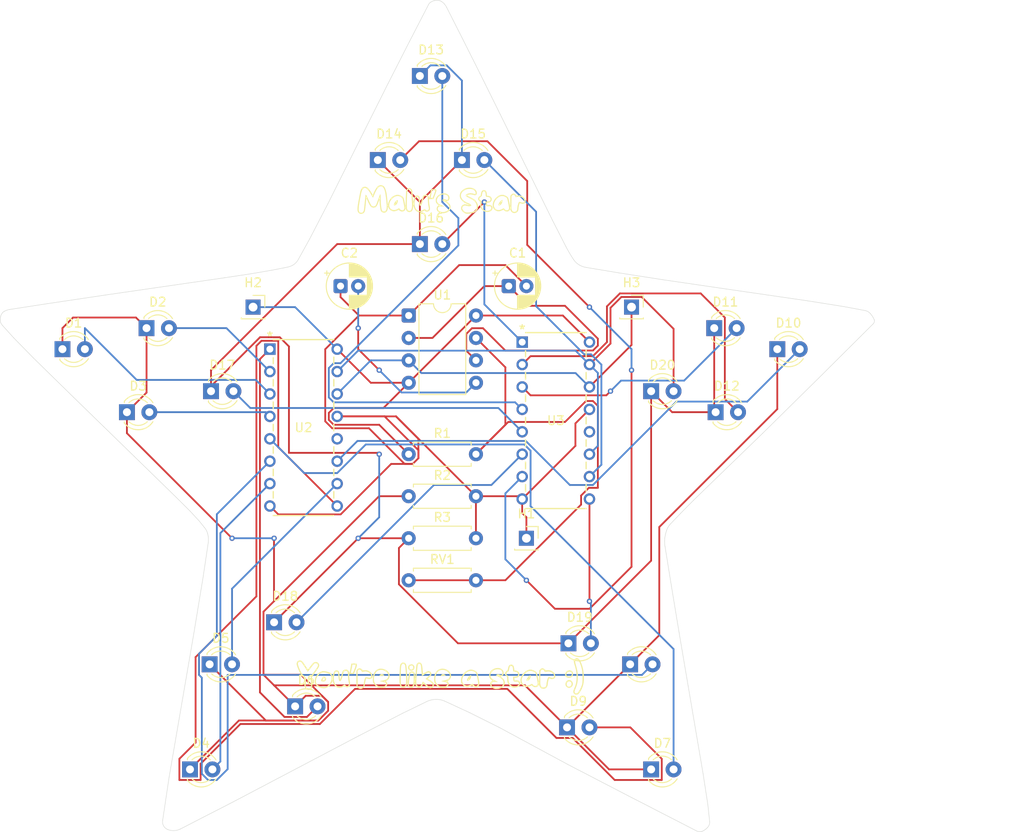
<source format=kicad_pcb>
(kicad_pcb (version 20241229) (generator "pcbnew") (generator_version "9.0")
  (layers (0 "F.Cu" signal) (2 "B.Cu" signal) (13 "F.Paste" user) (15 "B.Paste" user) (5 "F.SilkS" user "F.Silkscreen") (7 "B.SilkS" user "B.Silkscreen") (1 "F.Mask" user) (3 "B.Mask" user) (25 "Edge.Cuts" user))
  (net 0 "")
  (net 1 "GND")
  (net 2 "TR")
  (net 3 "Net-(U1-CV)")
  (net 4 "Net-(D1-A)")
  (net 5 "Net-(D1-K)")
  (net 6 "Net-(D2-A)")
  (net 7 "Net-(D3-A)")
  (net 8 "Net-(D4-A)")
  (net 9 "Net-(D5-A)")
  (net 10 "Net-(D6-A)")
  (net 11 "Net-(D7-A)")
  (net 12 "Net-(D8-A)")
  (net 13 "Net-(D9-A)")
  (net 14 "Net-(D10-A)")
  (net 15 "Net-(D11-A)")
  (net 16 "Net-(D11-K)")
  (net 17 "Net-(D12-A)")
  (net 18 "Net-(D13-A)")
  (net 19 "Net-(D14-A)")
  (net 20 "Net-(D15-A)")
  (net 21 "Net-(D16-A)")
  (net 22 "Net-(D17-A)")
  (net 23 "Net-(D18-A)")
  (net 24 "Net-(D19-A)")
  (net 25 "Net-(D20-A)")
  (net 26 "+5V")
  (net 27 "OUT")
  (net 28 "Net-(U1-DIS)")
  (footprint "Resistor_THT:R_Axial_DIN0207_L6.3mm_D2.5mm_P7.62mm_Horizontal" (layer "F.Cu") (at 158.115 90.4875)
    (property "Reference" "R3")
    (property "Value" "470")
  )
  (footprint "Resistor_THT:R_Axial_DIN0207_L6.3mm_D2.5mm_P7.62mm_Horizontal" (layer "F.Cu") (at 158.115 95.25)
    (property "Reference" "RV1")
    (property "Value" "50k")
  )
  (footprint "LED_THT:LED_D3.0mm" (layer "F.Cu") (at 192.7225 66.675)
    (property "Reference" "D11")
    (property "Value" "LED")
  )
  (footprint "decorations:star" (layer "F.Cu") (at 223.8375 83.34375)
    (property "Reference" "G***" (hide yes))
    (property "Value" "LOGO" (hide yes))
  )
  (footprint "LED_THT:LED_D3.0mm" (layer "F.Cu") (at 164.1475 47.625)
    (property "Reference" "D15")
    (property "Value" "LED")
  )
  (footprint "Capacitor_THT:CP_Radial_D5.0mm_P2.00mm" (layer "F.Cu") (at 150.4 61.9125)
    (property "Reference" "C2")
    (property "Value" "0.01uF" (hide yes))
  )
  (footprint "decorations:yourelikeastar" (layer "F.Cu") (at 161.925 107.15625)
    (property "Reference" "G***" (hide yes))
    (property "Value" "LOGO" (hide yes))
  )
  (footprint "LED_THT:LED_D3.0mm" (layer "F.Cu") (at 135.5725 104.775)
    (property "Reference" "D5")
    (property "Value" "LED")
  )
  (footprint "LED_THT:LED_D3.0mm" (layer "F.Cu") (at 128.42875 66.675)
    (property "Reference" "D2")
    (property "Value" "LED")
  )
  (footprint "LED_THT:LED_D3.0mm" (layer "F.Cu") (at 133.35 116.68125)
    (property "Reference" "D4")
    (property "Value" "LED")
  )
  (footprint "Resistor_THT:R_Axial_DIN0207_L6.3mm_D2.5mm_P7.62mm_Horizontal" (layer "F.Cu") (at 158.115 85.725)
    (property "Reference" "R2")
    (property "Value" "470")
  )
  (footprint "Connector_PinSocket_2.54mm:PinSocket_1x01_P2.54mm_Vertical" (layer "F.Cu") (at 140.49375 64.29375)
    (property "Reference" "H2")
    (property "Value" "MountingHole_Pad" (hide yes))
  )
  (footprint "LED_THT:LED_D3.0mm" (layer "F.Cu") (at 118.90375 69.05625)
    (property "Reference" "D1")
    (property "Value" "LED")
  )
  (footprint "LED_THT:LED_D3.0mm" (layer "F.Cu") (at 185.57875 116.68125)
    (property "Reference" "D7")
    (property "Value" "LED")
  )
  (footprint "LED_THT:LED_D3.0mm" (layer "F.Cu") (at 192.88125 76.2)
    (property "Reference" "D12")
    (property "Value" "LED")
  )
  (footprint "Capacitor_THT:CP_Radial_D5.0mm_P2.00mm" (layer "F.Cu") (at 169.45 61.9125)
    (property "Reference" "C1")
    (property "Value" "1uF")
  )
  (footprint "LED_THT:LED_D3.0mm" (layer "F.Cu") (at 199.86625 69.05625)
    (property "Reference" "D10")
    (property "Value" "LED")
  )
  (footprint "Connector_PinSocket_2.54mm:PinSocket_1x01_P2.54mm_Vertical" (layer "F.Cu") (at 171.45 90.4875)
    (property "Reference" "H1")
    (property "Value" "MountingHole_Pad")
  )
  (footprint "LED_THT:LED_D3.0mm" (layer "F.Cu") (at 135.73125 73.81875)
    (property "Reference" "D17")
    (property "Value" "LED")
  )
  (footprint "Resistor_THT:R_Axial_DIN0207_L6.3mm_D2.5mm_P7.62mm_Horizontal" (layer "F.Cu") (at 158.115 80.9625)
    (property "Reference" "R1")
    (property "Value" "1k")
  )
  (footprint "LED_THT:LED_D3.0mm" (layer "F.Cu") (at 176.05375 111.91875)
    (property "Reference" "D9")
    (property "Value" "LED")
  )
  (footprint "Package_DIP:DIP-8_W7.62mm" (layer "F.Cu") (at 158.12 65.24625)
    (property "Reference" "U1")
    (property "Value" "NE555P")
  )
  (footprint "footprints:N16" (layer "F.Cu") (at 142.39875 69.05625)
    (property "Reference" "U2")
    (property "Value" "4017")
  )
  (footprint "LED_THT:LED_D3.0mm" (layer "F.Cu") (at 176.2125 102.39375)
    (property "Reference" "D19")
    (property "Value" "LED")
  )
  (footprint "LED_THT:LED_D3.0mm" (layer "F.Cu") (at 183.1975 104.775)
    (property "Reference" "D8" (hide yes))
    (property "Value" "LED")
  )
  (footprint "LED_THT:LED_D3.0mm" (layer "F.Cu") (at 185.57875 73.81875)
    (property "Reference" "D20")
    (property "Value" "LED")
  )
  (footprint "LED_THT:LED_D3.0mm" (layer "F.Cu") (at 145.25625 109.5375)
    (property "Reference" "D6")
    (property "Value" "LED")
  )
  (footprint "footprints:N16" (layer "F.Cu") (at 170.97375 68.2625)
    (property "Reference" "U3")
    (property "Value" "4017")
  )
  (footprint "LED_THT:LED_D3.0mm" (layer "F.Cu") (at 126.20625 76.2)
    (property "Reference" "D3")
    (property "Value" "LED")
  )
  (footprint "Connector_PinSocket_2.54mm:PinSocket_1x01_P2.54mm_Vertical" (layer "F.Cu") (at 183.35625 64.29375)
    (property "Reference" "H3")
    (property "Value" "MountingHole_Pad")
  )
  (footprint "LED_THT:LED_D3.0mm" (layer "F.Cu") (at 154.6225 47.625)
    (property "Reference" "D14")
    (property "Value" "LED")
  )
  (footprint "LED_THT:LED_D3.0mm" (layer "F.Cu") (at 142.875 100.0125)
    (property "Reference" "D18")
    (property "Value" "LED")
  )
  (footprint "decorations:malustar" (layer "F.Cu") (at 161.842737 53.381266)
    (property "Reference" "G***" (hide yes))
    (property "Value" "LOGO" (hide yes))
  )
  (footprint "LED_THT:LED_D3.0mm" (layer "F.Cu") (at 159.385 38.1)
    (property "Reference" "D13")
    (property "Value" "LED")
  )
  (footprint "LED_THT:LED_D3.0mm" (layer "F.Cu") (at 159.385 57.15)
    (property "Reference" "D16")
    (property "Value" "LED")
  )
  (gr_arc (start 161.821008 29.653051) (mid 162.001144 29.780719) (end 162.158725 29.935366) (stroke (width 0.05)) (layer "Edge.Cuts"))
  (gr_arc (start 177.481253 59.53783) (mid 177.097068 59.258291) (end 176.789589 58.896082) (stroke (width 0.05)) (layer "Edge.Cuts"))
  (gr_line (start 187.151412 91.427815) (end 187.882441 95.952904) (stroke (width 0.05)) (layer "Edge.Cuts"))
  (gr_arc (start 210.730652 65.486549) (mid 210.784936 65.589321) (end 210.833861 65.694749) (stroke (width 0.05)) (layer "Edge.Cuts"))
  (gr_line (start 113.382415 67.776072) (end 112.085895 66.336352) (stroke (width 0.05)) (layer "Edge.Cuts"))
  (gr_arc (start 209.81204 64.684425) (mid 210.145272 64.812106) (end 210.418753 65.041359) (stroke (width 0.05)) (layer "Edge.Cuts"))
  (gr_arc (start 191.778705 123.441027) (mid 191.667508 123.525555) (end 191.550516 123.601863) (stroke (width 0.05)) (layer "Edge.Cuts"))
  (gr_arc (start 111.982452 65.13801) (mid 112.049097 65.022461) (end 112.13074 64.916973) (stroke (width 0.05)) (layer "Edge.Cuts"))
  (gr_line (start 198.212869 78.588599) (end 192.020956 84.584355) (stroke (width 0.05)) (layer "Edge.Cuts"))
  (gr_line (start 189.76342 107.188336) (end 191.459411 117.156808) (stroke (width 0.05)) (layer "Edge.Cuts"))
  (gr_line (start 134.85061 94.796069) (end 135.412329 91.018314) (stroke (width 0.05)) (layer "Edge.Cuts"))
  (gr_arc (start 210.586936 65.258248) (mid 210.661657 65.370596) (end 210.730652 65.486549) (stroke (width 0.05)) (layer "Edge.Cuts"))
  (gr_arc (start 210.866176 65.838062) (mid 210.833428 66.028115) (end 210.727412 66.189212) (stroke (width 0.05)) (layer "Edge.Cuts"))
  (gr_arc (start 191.978566 123.250836) (mid 191.882185 123.349661) (end 191.778705 123.441027) (stroke (width 0.05)) (layer "Edge.Cuts"))
  (gr_arc (start 187.458456 89.297951) (mid 187.594225 89.076385) (end 187.759118 88.875549) (stroke (width 0.05)) (layer "Edge.Cuts"))
  (gr_line (start 134.984533 89.270297) (end 134.394899 88.53426) (stroke (width 0.05)) (layer "Edge.Cuts"))
  (gr_line (start 157.445233 110.312849) (end 152.470891 112.875148) (stroke (width 0.05)) (layer "Edge.Cuts"))
  (gr_arc (start 187.151412 91.427815) (mid 187.113896 91.113895) (end 187.102361 90.797951) (stroke (width 0.05)) (layer "Edge.Cuts"))
  (gr_line (start 120.168753 74.519093) (end 115.612612 70.054166) (stroke (width 0.05)) (layer "Edge.Cuts"))
  (gr_arc (start 161.249435 108.747866) (mid 161.748344 108.800734) (end 162.225066 108.957068) (stroke (width 0.05)) (layer "Edge.Cuts"))
  (gr_arc (start 187.323125 89.616095) (mid 187.384527 89.454358) (end 187.458456 89.297951) (stroke (width 0.05)) (layer "Edge.Cuts"))
  (gr_arc (start 178.222719 59.796649) (mid 177.840676 59.699641) (end 177.481253 59.53783) (stroke (width 0.05)) (layer "Edge.Cuts"))
  (gr_line (start 188.943974 87.634859) (end 187.759118 88.875549) (stroke (width 0.05)) (layer "Edge.Cuts"))
  (gr_line (start 188.742288 101.162823) (end 189.76342 107.188336) (stroke (width 0.05)) (layer "Edge.Cuts"))
  (gr_line (start 207.393848 64.232113) (end 209.81204 64.684425) (stroke (width 0.05)) (layer "Edge.Cuts"))
  (gr_line (start 168.509972 42.495089) (end 174.421963 54.484027) (stroke (width 0.05)) (layer "Edge.Cuts"))
  (gr_line (start 181.924861 60.413246) (end 186.911475 61.190057) (stroke (width 0.05)) (layer "Edge.Cuts"))
  (gr_arc (start 162.158725 29.935366) (mid 162.295008 30.113317) (end 162.408419 30.30665) (stroke (width 0.05)) (layer "Edge.Cuts"))
  (gr_line (start 158.211722 34.186871) (end 160.376763 29.989384) (stroke (width 0.05)) (layer "Edge.Cuts"))
  (gr_line (start 210.727435 66.189235) (end 204.515536 72.373532) (stroke (width 0.05)) (layer "Edge.Cuts"))
  (gr_arc (start 161.029423 29.552792) (mid 161.233158 29.516876) (end 161.439969 29.522102) (stroke (width 0.05)) (layer "Edge.Cuts"))
  (gr_line (start 203.296805 63.580017) (end 207.393848 64.232113) (stroke (width 0.05)) (layer "Edge.Cuts"))
  (gr_line (start 168.379326 111.930646) (end 165.057067 110.269321) (stroke (width 0.05)) (layer "Edge.Cuts"))
  (gr_arc (start 210.833861 65.694749) (mid 210.856749 65.764888) (end 210.866176 65.838062) (stroke (width 0.05)) (layer "Edge.Cuts"))
  (gr_line (start 165.057067 110.269321) (end 162.225066 108.957068) (stroke (width 0.05)) (layer "Edge.Cuts"))
  (gr_line (start 152.470891 112.875148) (end 138.245284 120.36043) (stroke (width 0.05)) (layer "Edge.Cuts"))
  (gr_arc (start 210.418753 65.041359) (mid 210.505427 65.147801) (end 210.586936 65.258248) (stroke (width 0.05)) (layer "Edge.Cuts"))
  (gr_line (start 131.793996 85.852827) (end 129.992362 84.095641) (stroke (width 0.05)) (layer "Edge.Cuts"))
  (gr_line (start 186.911475 61.190057) (end 194.106253 62.243467) (stroke (width 0.05)) (layer "Edge.Cuts"))
  (gr_arc (start 187.208569 90.017048) (mid 187.261314 89.815276) (end 187.323125 89.616095) (stroke (width 0.05)) (layer "Edge.Cuts"))
  (gr_line (start 123.594162 77.857914) (end 120.168753 74.519093) (stroke (width 0.05)) (layer "Edge.Cuts"))
  (gr_arc (start 112.321576 64.766424) (mid 112.625055 64.635663) (end 112.946213 64.557841) (stroke (width 0.05)) (layer "Edge.Cuts"))
  (gr_arc (start 160.112704 109.018507) (mid 160.665183 108.816466) (end 161.249435 108.747866) (stroke (width 0.05)) (layer "Edge.Cuts"))
  (gr_arc (start 144.981253 59.541676) (mid 144.689349 59.676583) (end 144.380317 59.765509) (stroke (width 0.05)) (layer "Edge.Cuts"))
  (gr_arc (start 191.328762 123.713246) (mid 191.242578 123.739129) (end 191.153018 123.747866) (stroke (width 0.05)) (layer "Edge.Cuts"))
  (gr_line (start 130.253539 122.461992) (end 130.980108 117.5922) (stroke (width 0.05)) (layer "Edge.Cuts"))
  (gr_arc (start 176.789589 58.896082) (mid 176.34813 58.19173) (end 175.942577 57.466111) (stroke (width 0.05)) (layer "Edge.Cuts"))
  (gr_line (start 117.223536 63.897568) (end 123.833511 62.91338) (stroke (width 0.05)) (layer "Edge.Cuts"))
  (gr_arc (start 111.856253 65.716368) (mid 111.864245 65.563143) (end 111.888139 65.411583) (stroke (width 0.05)) (layer "Edge.Cuts"))
  (gr_line (start 204.515536 72.373532) (end 198.212869 78.588599) (stroke (width 0.05)) (layer "Edge.Cuts"))
  (gr_line (start 166.193697 37.816958) (end 168.509972 42.495089) (stroke (width 0.05)) (layer "Edge.Cuts"))
  (gr_line (start 164.181139 33.805253) (end 166.193697 37.816958) (stroke (width 0.05)) (layer "Edge.Cuts"))
  (gr_line (start 133.775443 101.33202) (end 134.85061 94.796069) (stroke (width 0.05)) (layer "Edge.Cuts"))
  (gr_line (start 162.408419 30.30665) (end 164.181139 33.805253) (stroke (width 0.05)) (layer "Edge.Cuts"))
  (gr_arc (start 134.984533 89.270297) (mid 135.200564 89.583522) (end 135.341992 89.936759) (stroke (width 0.05)) (layer "Edge.Cuts"))
  (gr_line (start 137.231253 60.97152) (end 140.233936 60.518191) (stroke (width 0.05)) (layer "Edge.Cuts"))
  (gr_line (start 191.459411 117.156808) (end 192.001018 120.686371) (stroke (width 0.05)) (layer "Edge.Cuts"))
  (gr_line (start 134.394899 88.53426) (end 133.355002 87.408643) (stroke (width 0.05)) (layer "Edge.Cuts"))
  (gr_arc (start 132.268978 123.431501) (mid 131.565532 123.616647) (end 130.847068 123.502952) (stroke (width 0.05)) (layer "Edge.Cuts"))
  (gr_arc (start 160.606253 29.740072) (mid 160.811162 29.631346) (end 161.029423 29.552792) (stroke (width 0.05)) (layer "Edge.Cuts"))
  (gr_line (start 174.421963 54.484027) (end 175.942577 57.466111) (stroke (width 0.05)) (layer "Edge.Cuts"))
  (gr_line (start 192.020956 84.584355) (end 190.382429 86.180568) (stroke (width 0.05)) (layer "Edge.Cuts"))
  (gr_line (start 187.882441 95.952904) (end 188.742288 101.162823) (stroke (width 0.05)) (layer "Edge.Cuts"))
  (gr_line (start 112.946213 64.557841) (end 117.223536 63.897568) (stroke (width 0.05)) (layer "Edge.Cuts"))
  (gr_line (start 145.616045 58.89468) (end 146.914509 56.546042) (stroke (width 0.05)) (layer "Edge.Cuts"))
  (gr_arc (start 130.847068 123.502952) (mid 130.363665 123.08888) (end 130.253539 122.461992) (stroke (width 0.05)) (layer "Edge.Cuts"))
  (gr_line (start 127.012575 81.190377) (end 123.594162 77.857914) (stroke (width 0.05)) (layer "Edge.Cuts"))
  (gr_line (start 148.961859 52.591482) (end 152.981253 44.548744) (stroke (width 0.05)) (layer "Edge.Cuts"))
  (gr_line (start 160.112704 109.018507) (end 157.445233 110.312849) (stroke (width 0.05)) (layer "Edge.Cuts"))
  (gr_line (start 190.382429 86.180568) (end 188.943974 87.634859) (stroke (width 0.05)) (layer "Edge.Cuts"))
  (gr_arc (start 111.888139 65.411583) (mid 111.926827 65.271877) (end 111.982452 65.13801) (stroke (width 0.05)) (layer "Edge.Cuts"))
  (gr_line (start 190.676667 123.631346) (end 182.997497 119.680733) (stroke (width 0.05)) (layer "Edge.Cuts"))
  (gr_line (start 146.914509 56.546042) (end 148.961859 52.591482) (stroke (width 0.05)) (layer "Edge.Cuts"))
  (gr_arc (start 187.129403 90.432891) (mid 187.164312 90.22408) (end 187.208569 90.017048) (stroke (width 0.05)) (layer "Edge.Cuts"))
  (gr_arc (start 191.550516 123.601863) (mid 191.441767 123.66179) (end 191.328762 123.713246) (stroke (width 0.05)) (layer "Edge.Cuts"))
  (gr_arc (start 161.439969 29.522102) (mid 161.637256 29.567888) (end 161.821008 29.653051) (stroke (width 0.05)) (layer "Edge.Cuts"))
  (gr_line (start 140.233936 60.518191) (end 142.58136 60.116824) (stroke (width 0.05)) (layer "Edge.Cuts"))
  (gr_line (start 152.981253 44.548744) (end 155.787691 38.944598) (stroke (width 0.05)) (layer "Edge.Cuts"))
  (gr_line (start 194.106253 62.243467) (end 203.296805 63.580017) (stroke (width 0.05)) (layer "Edge.Cuts"))
  (gr_arc (start 112.085895 66.336352) (mid 111.915498 66.046947) (end 111.856253 65.716368) (stroke (width 0.05)) (layer "Edge.Cuts"))
  (gr_line (start 155.787691 38.944598) (end 158.211722 34.186871) (stroke (width 0.05)) (layer "Edge.Cuts"))
  (gr_arc (start 187.102361 90.797951) (mid 187.109564 90.614953) (end 187.129403 90.432891) (stroke (width 0.05)) (layer "Edge.Cuts"))
  (gr_arc (start 145.616045 58.89468) (mid 145.345163 59.263814) (end 144.981253 59.541676) (stroke (width 0.05)) (layer "Edge.Cuts"))
  (gr_arc (start 135.341992 89.936759) (mid 135.432639 90.473929) (end 135.412329 91.018314) (stroke (width 0.05)) (layer "Edge.Cuts"))
  (gr_line (start 182.997497 119.680733) (end 176.116153 116.109054) (stroke (width 0.05)) (layer "Edge.Cuts"))
  (gr_line (start 123.833511 62.91338) (end 137.231253 60.97152) (stroke (width 0.05)) (layer "Edge.Cuts"))
  (gr_arc (start 160.376763 29.989384) (mid 160.474711 29.849266) (end 160.606253 29.740072) (stroke (width 0.05)) (layer "Edge.Cuts"))
  (gr_line (start 138.245284 120.36043) (end 132.268978 123.431501) (stroke (width 0.05)) (layer "Edge.Cuts"))
  (gr_line (start 130.980108 117.5922) (end 133.775443 101.33202) (stroke (width 0.05)) (layer "Edge.Cuts"))
  (gr_line (start 142.58136 60.116824) (end 144.380317 59.765509) (stroke (width 0.05)) (layer "Edge.Cuts"))
  (gr_line (start 192.001018 120.686371) (end 192.203755 122.594243) (stroke (width 0.05)) (layer "Edge.Cuts"))
  (gr_line (start 133.355002 87.408643) (end 131.793996 85.852827) (stroke (width 0.05)) (layer "Edge.Cuts"))
  (gr_line (start 178.222719 59.796649) (end 181.924861 60.413246) (stroke (width 0.05)) (layer "Edge.Cuts"))
  (gr_arc (start 192.203755 122.594243) (mid 192.158568 122.94566) (end 191.978566 123.250836) (stroke (width 0.05)) (layer "Edge.Cuts"))
  (gr_line (start 176.116153 116.109054) (end 171.981253 113.875514) (stroke (width 0.05)) (layer "Edge.Cuts"))
  (gr_arc (start 191.153018 123.747866) (mid 190.907826 123.718291) (end 190.676667 123.631346) (stroke (width 0.05)) (layer "Edge.Cuts"))
  (gr_line (start 129.992362 84.095641) (end 127.012575 81.190377) (stroke (width 0.05)) (layer "Edge.Cuts"))
  (gr_line (start 171.981253 113.875514) (end 168.379326 111.930646) (stroke (width 0.05)) (layer "Edge.Cuts"))
  (gr_arc (start 112.13074 64.916973) (mid 112.219498 64.833255) (end 112.321576 64.766424) (stroke (width 0.05)) (layer "Edge.Cuts"))
  (gr_line (start 115.612612 70.054166) (end 113.382415 67.776072) (stroke (width 0.05)) (layer "Edge.Cuts"))
  (segment (start 159.216 80.50645) (end 159.216 81.41855) (width 0.2) (layer "F.Cu") (net 1))
  (segment (start 177.00245 77.4738) (end 178.59375 75.8825) (width 0.2) (layer "F.Cu") (net 1))
  (segment (start 159.216 81.41855) (end 158.57105 82.0635) (width 0.2) (layer "F.Cu") (net 1))
  (segment (start 150.4 61.9125) (end 150.4 63.159165) (width 0.2) (layer "F.Cu") (net 1))
  (segment (start 171.45 88.10625) (end 171.45 90.4875) (width 0.2) (layer "F.Cu") (net 1))
  (segment (start 163.835 59.53125) (end 158.12 65.24625) (width 0.2) (layer "F.Cu") (net 1))
  (segment (start 165.735 85.725) (end 170.65625 85.725) (width 0.2) (layer "F.Cu") (net 1))
  (segment (start 159.216 79.206) (end 156.68625 76.67625) (width 0.2) (layer "F.Cu") (net 1))
  (segment (start 170.97375 86.0425) (end 177.00245 80.0138) (width 0.2) (layer "F.Cu") (net 1))
  (segment (start 169.06875 59.53125) (end 163.835 59.53125) (width 0.2) (layer "F.Cu") (net 1))
  (segment (start 153.6214 78.02595) (end 157.65895 82.0635) (width 0.2) (layer "F.Cu") (net 1))
  (segment (start 148.66905 77.235315) (end 149.459685 78.02595) (width 0.2) (layer "F.Cu") (net 1))
  (segment (start 152.487085 65.24625) (end 148.66905 69.064285) (width 0.2) (layer "F.Cu") (net 1))
  (segment (start 177.00245 80.0138) (end 177.00245 77.4738) (width 0.2) (layer "F.Cu") (net 1))
  (segment (start 143.34745 87.78495) (end 142.39875 86.83625) (width 0.2) (layer "F.Cu") (net 1))
  (segment (start 150.411715 87.78495) (end 143.34745 87.78495) (width 0.2) (layer "F.Cu") (net 1))
  (segment (start 156.68625 76.67625) (end 150.01875 76.67625) (width 0.2) (layer "F.Cu") (net 1))
  (segment (start 150.01875 76.67625) (end 155.3858 76.67625) (width 0.2) (layer "F.Cu") (net 1))
  (segment (start 165.735 85.725) (end 156.68625 76.67625) (width 0.2) (layer "F.Cu") (net 1))
  (segment (start 170.97375 87.63) (end 171.45 88.10625) (width 0.2) (layer "F.Cu") (net 1))
  (segment (start 158.12 65.24625) (end 152.487085 65.24625) (width 0.2) (layer "F.Cu") (net 1))
  (segment (start 149.459685 78.02595) (end 153.6214 78.02595) (width 0.2) (layer "F.Cu") (net 1))
  (segment (start 156.133165 82.0635) (end 150.411715 87.78495) (width 0.2) (layer "F.Cu") (net 1))
  (segment (start 171.45 61.9125) (end 169.06875 59.53125) (width 0.2) (layer "F.Cu") (net 1))
  (segment (start 158.57105 82.0635) (end 156.133165 82.0635) (width 0.2) (layer "F.Cu") (net 1))
  (segment (start 170.97375 86.0425) (end 170.97375 87.63) (width 0.2) (layer "F.Cu") (net 1))
  (segment (start 157.65895 82.0635) (end 158.57105 82.0635) (width 0.2) (layer "F.Cu") (net 1))
  (segment (start 155.3858 76.67625) (end 159.216 80.50645) (width 0.2) (layer "F.Cu") (net 1))
  (segment (start 159.216 81.41855) (end 159.216 79.206) (width 0.2) (layer "F.Cu") (net 1))
  (segment (start 170.65625 85.725) (end 170.97375 86.0425) (width 0.2) (layer "F.Cu") (net 1))
  (segment (start 148.66905 69.064285) (end 148.66905 77.235315) (width 0.2) (layer "F.Cu") (net 1))
  (segment (start 150.4 63.159165) (end 152.487085 65.24625) (width 0.2) (layer "F.Cu") (net 1))
  (segment (start 165.735 90.4875) (end 165.735 85.725) (width 0.2) (layer "F.Cu") (net 1))
  (segment (start 179.54245 67.869535) (end 179.54245 68.655465) (width 0.2) (layer "F.Cu") (net 2))
  (segment (start 178.986715 69.2112) (end 169.06 69.2112) (width 0.2) (layer "F.Cu") (net 2))
  (segment (start 179.54245 68.655465) (end 178.986715 69.2112) (width 0.2) (layer "F.Cu") (net 2))
  (segment (start 169.45 61.9125) (end 171.68275 64.14525) (width 0.2) (layer "F.Cu") (net 2))
  (segment (start 165.28395 66.68525) (end 164.639 67.3302) (width 0.2) (layer "F.Cu") (net 2))
  (segment (start 169.45 61.9125) (end 166.6875 61.9125) (width 0.2) (layer "F.Cu") (net 2))
  (segment (start 164.639 67.3302) (end 164.639 69.22525) (width 0.2) (layer "F.Cu") (net 2))
  (segment (start 166.6875 61.9125) (end 160.81375 67.78625) (width 0.2) (layer "F.Cu") (net 2))
  (segment (start 166.53405 66.68525) (end 165.28395 66.68525) (width 0.2) (layer "F.Cu") (net 2))
  (segment (start 169.06 69.2112) (end 166.53405 66.68525) (width 0.2) (layer "F.Cu") (net 2))
  (segment (start 160.81375 67.78625) (end 158.12 67.78625) (width 0.2) (layer "F.Cu") (net 2))
  (segment (start 175.818165 64.14525) (end 179.54245 67.869535) (width 0.2) (layer "F.Cu") (net 2))
  (segment (start 171.68275 64.14525) (end 175.818165 64.14525) (width 0.2) (layer "F.Cu") (net 2))
  (segment (start 164.639 69.22525) (end 165.74 70.32625) (width 0.2) (layer "F.Cu") (net 2))
  (segment (start 154.78125 71.4375) (end 152.4 69.05625) (width 0.2) (layer "F.Cu") (net 3))
  (segment (start 152.4 69.05625) (end 152.4 66.675) (width 0.2) (layer "F.Cu") (net 3))
  (via (at 152.4 66.675) (size 0.6) (drill 0.3) (layers "F.Cu" "B.Cu") (net 3))
  (via (at 154.78125 71.4375) (size 0.6) (drill 0.3) (layers "F.Cu" "B.Cu") (net 3))
  (segment (start 165.74 72.86625) (end 164.639 73.96725) (width 0.2) (layer "B.Cu") (net 3))
  (segment (start 164.639 73.96725) (end 157.311 73.96725) (width 0.2) (layer "B.Cu") (net 3))
  (segment (start 152.4 66.675) (end 152.4 61.9125) (width 0.2) (layer "B.Cu") (net 3))
  (segment (start 157.311 73.96725) (end 154.78125 71.4375) (width 0.2) (layer "B.Cu") (net 3))
  (segment (start 127.3137 72.54495) (end 140.80745 72.54495) (width 0.2) (layer "B.Cu") (net 4))
  (segment (start 121.44375 69.05625) (end 121.44375 66.675) (width 0.2) (layer "B.Cu") (net 4))
  (segment (start 121.44375 66.675) (end 127.3137 72.54495) (width 0.2) (layer "B.Cu") (net 4))
  (segment (start 140.80745 72.54495) (end 142.39875 74.13625) (width 0.2) (layer "B.Cu") (net 4))
  (segment (start 186.501039 101.471461) (end 183.1975 104.775) (width 0.2) (layer "F.Cu") (net 5))
  (segment (start 142.864625 97.620875) (end 141.674 98.8115) (width 0.2) (layer "F.Cu") (net 5))
  (segment (start 180.81625 116.68125) (end 176.05375 111.91875) (width 0.2) (layer "F.Cu") (net 5))
  (segment (start 176.05375 111.91875) (end 171.29125 107.15625) (width 0.2) (layer "F.Cu") (net 5))
  (segment (start 183.1975 104.775) (end 176.05375 111.91875) (width 0.2) (layer "F.Cu") (net 5))
  (segment (start 148.99725 110.034971) (end 148.99725 109.040029) (width 0.2) (layer "F.Cu") (net 5))
  (segment (start 138.1125 90.4875) (end 126.20625 78.58125) (width 0.2) (layer "F.Cu") (net 5))
  (segment (start 148.99725 109.040029) (end 145.912471 105.95525) (width 0.2) (layer "F.Cu") (net 5))
  (segment (start 120.10475 65.474) (end 127.22775 65.474) (width 0.2) (layer "F.Cu") (net 5))
  (segment (start 141.937 111.1395) (end 147.892721 111.1395) (width 0.2) (layer "F.Cu") (net 5))
  (segment (start 118.90375 66.675) (end 120.10475 65.474) (width 0.2) (layer "F.Cu") (net 5))
  (segment (start 138.89175 111.1395) (end 147.892721 111.1395) (width 0.2) (layer "F.Cu") (net 5))
  (segment (start 147.892721 111.1395) (end 148.99725 110.034971) (width 0.2) (layer "F.Cu") (net 5))
  (segment (start 199.86625 75.846459) (end 186.501039 89.21167) (width 0.2) (layer "F.Cu") (net 5))
  (segment (start 148.99725 109.040029) (end 148.293721 108.3365) (width 0.2) (layer "F.Cu") (net 5))
  (segment (start 154.7605 85.725) (end 142.864625 97.620875) (width 0.2) (layer "F.Cu") (net 5))
  (segment (start 141.674 98.8115) (end 141.674 105.95525) (width 0.2) (layer "F.Cu") (net 5))
  (segment (start 128.42875 73.9775) (end 126.20625 76.2) (width 0.2) (layer "F.Cu") (net 5))
  (segment (start 128.42875 66.675) (end 128.42875 73.9775) (width 0.2) (layer "F.Cu") (net 5))
  (segment (start 185.57875 116.68125) (end 180.81625 116.68125) (width 0.2) (layer "F.Cu") (net 5))
  (segment (start 145.912471 105.95525) (end 141.674 105.95525) (width 0.2) (layer "F.Cu") (net 5))
  (segment (start 141.674 105.95525) (end 142.875 107.15625) (width 0.2) (layer "F.Cu") (net 5))
  (segment (start 146.45725 108.3365) (end 145.25625 109.5375) (width 0.2) (layer "F.Cu") (net 5))
  (segment (start 118.90375 69.05625) (end 118.90375 66.675) (width 0.2) (layer "F.Cu") (net 5))
  (segment (start 158.115 85.725) (end 154.7605 85.725) (width 0.2) (layer "F.Cu") (net 5))
  (segment (start 142.864625 90.497875) (end 142.875 90.4875) (width 0.2) (layer "F.Cu") (net 5))
  (segment (start 186.501039 89.21167) (end 186.501039 101.471461) (width 0.2) (layer "F.Cu") (net 5))
  (segment (start 142.875 107.15625) (end 145.25625 109.5375) (width 0.2) (layer "F.Cu") (net 5))
  (segment (start 199.86625 69.05625) (end 199.86625 75.846459) (width 0.2) (layer "F.Cu") (net 5))
  (segment (start 126.20625 78.58125) (end 126.20625 76.2) (width 0.2) (layer "F.Cu") (net 5))
  (segment (start 133.35 116.68125) (end 138.89175 111.1395) (width 0.2) (layer "F.Cu") (net 5))
  (segment (start 142.864625 97.620875) (end 142.864625 90.497875) (width 0.2) (layer "F.Cu") (net 5))
  (segment (start 171.29125 107.15625) (end 142.875 107.15625) (width 0.2) (layer "F.Cu") (net 5))
  (segment (start 135.5725 104.775) (end 141.937 111.1395) (width 0.2) (layer "F.Cu") (net 5))
  (segment (start 127.22775 65.474) (end 128.42875 66.675) (width 0.2) (layer "F.Cu") (net 5))
  (segment (start 148.293721 108.3365) (end 146.45725 108.3365) (width 0.2) (layer "F.Cu") (net 5))
  (via (at 138.1125 90.4875) (size 0.6) (drill 0.3) (layers "F.Cu" "B.Cu") (net 5))
  (via (at 142.875 90.4875) (size 0.6) (drill 0.3) (layers "F.Cu" "B.Cu") (net 5))
  (segment (start 142.875 90.4875) (end 138.1125 90.4875) (width 0.2) (layer "B.Cu") (net 5))
  (segment (start 130.96875 66.675) (end 137.4775 66.675) (width 0.2) (layer "B.Cu") (net 6))
  (segment (start 137.4775 66.675) (end 142.39875 71.59625) (width 0.2) (layer "B.Cu") (net 6))
  (segment (start 142.39875 76.67625) (end 141.9225 76.2) (width 0.2) (layer "F.Cu") (net 7))
  (segment (start 141.9225 76.2) (end 142.39875 76.67625) (width 0.2) (layer "B.Cu") (net 7))
  (segment (start 128.74625 76.2) (end 141.9225 76.2) (width 0.2) (layer "B.Cu") (net 7))
  (segment (start 136.79 89.905) (end 142.39875 84.29625) (width 0.2) (layer "B.Cu") (net 8))
  (segment (start 136.79 115.78125) (end 136.79 89.905) (width 0.2) (layer "B.Cu") (net 8))
  (segment (start 135.89 116.68125) (end 136.79 115.78125) (width 0.2) (layer "B.Cu") (net 8))
  (segment (start 138.1125 104.775) (end 138.1125 96.2025) (width 0.2) (layer "B.Cu") (net 9))
  (segment (start 138.1125 96.2025) (end 150.01875 84.29625) (width 0.2) (layer "B.Cu") (net 9))
  (segment (start 147.79625 109.5375) (end 146.59525 110.7385) (width 0.2) (layer "F.Cu") (net 10))
  (segment (start 141.273 70.182) (end 142.39875 69.05625) (width 0.2) (layer "F.Cu") (net 10))
  (segment (start 144.05525 110.7385) (end 141.273 107.95625) (width 0.2) (layer "F.Cu") (net 10))
  (segment (start 146.59525 110.7385) (end 144.05525 110.7385) (width 0.2) (layer "F.Cu") (net 10))
  (segment (start 141.273 107.95625) (end 141.273 70.182) (width 0.2) (layer "F.Cu") (net 10))
  (segment (start 150.01875 83.097915) (end 146.280415 83.097915) (width 0.2) (layer "B.Cu") (net 11))
  (segment (start 171.92245 86.85) (end 171.92245 80.569535) (width 0.2) (layer "B.Cu") (net 11))
  (segment (start 171.92245 80.569535) (end 171.214415 79.8615) (width 0.2) (layer "B.Cu") (net 11))
  (segment (start 171.214415 79.8615) (end 153.255165 79.8615) (width 0.2) (layer "B.Cu") (net 11))
  (segment (start 146.280415 83.097915) (end 142.39875 79.21625) (width 0.2) (layer "B.Cu") (net 11))
  (segment (start 188.11875 103.0463) (end 171.92245 86.85) (width 0.2) (layer "B.Cu") (net 11))
  (segment (start 188.11875 116.68125) (end 188.11875 103.0463) (width 0.2) (layer "B.Cu") (net 11))
  (segment (start 153.255165 79.8615) (end 150.01875 83.097915) (width 0.2) (layer "B.Cu") (net 11))
  (segment (start 134.689 117.178721) (end 134.689 106.2935) (width 0.2) (layer "B.Cu") (net 12))
  (segment (start 136.389 101.5565) (end 136.389 87.766) (width 0.2) (layer "B.Cu") (net 12))
  (segment (start 136.387471 117.88225) (end 135.392529 117.88225) (width 0.2) (layer "B.Cu") (net 12))
  (segment (start 135.392529 117.88225) (end 134.689 117.178721) (width 0.2) (layer "B.Cu") (net 12))
  (segment (start 137.615029 116.654692) (end 136.387471 117.88225) (width 0.2) (layer "B.Cu") (net 12))
  (segment (start 136.389 87.766) (end 142.39875 81.75625) (width 0.2) (layer "B.Cu") (net 12))
  (segment (start 185.7375 104.775) (end 184.5365 105.976) (width 0.2) (layer "B.Cu") (net 12))
  (segment (start 134.3715 105.976) (end 134.3715 103.574) (width 0.2) (layer "B.Cu") (net 12))
  (segment (start 137.615029 105.976) (end 137.615029 116.654692) (width 0.2) (layer "B.Cu") (net 12))
  (segment (start 134.3715 103.574) (end 136.389 101.5565) (width 0.2) (layer "B.Cu") (net 12))
  (segment (start 134.689 106.2935) (end 134.3715 105.976) (width 0.2) (layer "B.Cu") (net 12))
  (segment (start 184.5365 105.976) (end 137.615029 105.976) (width 0.2) (layer "B.Cu") (net 12))
  (segment (start 132.149 115.48025) (end 132.149 117.88225) (width 0.2) (layer "F.Cu") (net 13))
  (segment (start 140.872 68.6856) (end 140.872 97.0735) (width 0.2) (layer "F.Cu") (net 13))
  (segment (start 186.77975 117.88225) (end 186.77975 115.48025) (width 0.2) (layer "F.Cu") (net 13))
  (segment (start 140.872 97.0735) (end 133.9839 103.9616) (width 0.2) (layer "F.Cu") (net 13))
  (segment (start 150.01875 86.83625) (end 143.34745 80.16495) (width 0.2) (layer "F.Cu") (net 13))
  (segment (start 148.058821 111.5405) (end 152.042071 107.55725) (width 0.2) (layer "F.Cu") (net 13))
  (segment (start 132.149 117.88225) (end 134.551 117.88225) (width 0.2) (layer "F.Cu") (net 13))
  (segment (start 169.29025 107.55725) (end 174.85275 113.11975) (width 0.2) (layer "F.Cu") (net 13))
  (segment (start 181.45015 117.88225) (end 186.77975 117.88225) (width 0.2) (layer "F.Cu") (net 13))
  (segment (start 133.9839 113.64535) (end 132.149 115.48025) (width 0.2) (layer "F.Cu") (net 13))
  (segment (start 141.45005 68.10755) (end 140.872 68.6856) (width 0.2) (layer "F.Cu") (net 13))
  (segment (start 134.551 117.88225) (end 134.551 116.04735) (width 0.2) (layer "F.Cu") (net 13))
  (segment (start 176.68765 113.11975) (end 181.45015 117.88225) (width 0.2) (layer "F.Cu") (net 13))
  (segment (start 143.34745 68.10755) (end 141.45005 68.10755) (width 0.2) (layer "F.Cu") (net 13))
  (segment (start 133.9839 103.9616) (end 133.9839 113.64535) (width 0.2) (layer "F.Cu") (net 13))
  (segment (start 143.34745 80.16495) (end 143.34745 68.10755) (width 0.2) (layer "F.Cu") (net 13))
  (segment (start 139.05785 111.5405) (end 148.058821 111.5405) (width 0.2) (layer "F.Cu") (net 13))
  (segment (start 174.85275 113.11975) (end 176.68765 113.11975) (width 0.2) (layer "F.Cu") (net 13))
  (segment (start 134.551 116.04735) (end 139.05785 111.5405) (width 0.2) (layer "F.Cu") (net 13))
  (segment (start 152.042071 107.55725) (end 169.29025 107.55725) (width 0.2) (layer "F.Cu") (net 13))
  (segment (start 183.21825 111.91875) (end 178.59375 111.91875) (width 0.2) (layer "F.Cu") (net 13))
  (segment (start 186.77975 115.48025) (end 183.21825 111.91875) (width 0.2) (layer "F.Cu") (net 13))
  (segment (start 171.380515 79.4605) (end 152.3145 79.4605) (width 0.2) (layer "B.Cu") (net 14))
  (segment (start 178.986715 84.4512) (end 176.371215 84.4512) (width 0.2) (layer "B.Cu") (net 14))
  (segment (start 188.438915 74.999) (end 178.986715 84.4512) (width 0.2) (layer "B.Cu") (net 14))
  (segment (start 176.371215 84.4512) (end 171.380515 79.4605) (width 0.2) (layer "B.Cu") (net 14))
  (segment (start 202.40625 69.05625) (end 196.4635 74.999) (width 0.2) (layer "B.Cu") (net 14))
  (segment (start 152.3145 79.4605) (end 150.01875 81.75625) (width 0.2) (layer "B.Cu") (net 14))
  (segment (start 196.4635 74.999) (end 188.438915 74.999) (width 0.2) (layer "B.Cu") (net 14))
  (segment (start 171.92245 74.2912) (end 170.97375 73.3425) (width 0.2) (layer "F.Cu") (net 15))
  (segment (start 180.975 73.81875) (end 180.50255 74.2912) (width 0.2) (layer "F.Cu") (net 15))
  (segment (start 180.50255 74.2912) (end 171.92245 74.2912) (width 0.2) (layer "F.Cu") (net 15))
  (via (at 180.975 73.81875) (size 0.6) (drill 0.3) (layers "F.Cu" "B.Cu") (net 15))
  (segment (start 195.2625 66.675) (end 189.31975 72.61775) (width 0.2) (layer "B.Cu") (net 15))
  (segment (start 189.31975 72.61775) (end 182.176 72.61775) (width 0.2) (layer "B.Cu") (net 15))
  (segment (start 182.176 72.61775) (end 180.975 73.81875) (width 0.2) (layer "B.Cu") (net 15))
  (segment (start 185.57875 93.0275) (end 185.57875 73.81875) (width 0.2) (layer "F.Cu") (net 16))
  (segment (start 157.014 95.70605) (end 163.7017 102.39375) (width 0.2) (layer "F.Cu") (net 16))
  (segment (start 158.115 90.4875) (end 157.014 91.5885) (width 0.2) (layer "F.Cu") (net 16))
  (segment (start 154.6263 80.80755) (end 144.55715 80.80755) (width 0.2) (layer "F.Cu") (net 16))
  (segment (start 135.73125 73.25925) (end 135.73125 73.81875) (width 0.2) (layer "F.Cu") (net 16))
  (segment (start 141.28395 67.70655) (end 135.73125 73.25925) (width 0.2) (layer "F.Cu") (net 16))
  (segment (start 163.7017 102.39375) (end 176.2125 102.39375) (width 0.2) (layer "F.Cu") (net 16))
  (segment (start 159.385 57.15) (end 159.385 52.3875) (width 0.2) (layer "F.Cu") (net 16))
  (segment (start 192.88125 76.2) (end 187.96 76.2) (width 0.2) (layer "F.Cu") (net 16))
  (segment (start 157.014 91.5885) (end 157.014 95.70605) (width 0.2) (layer "F.Cu") (net 16))
  (segment (start 158.115 90.4875) (end 152.4 90.4875) (width 0.2) (layer "F.Cu") (net 16))
  (segment (start 135.73125 71.4375) (end 150.01875 57.15) (width 0.2) (layer "F.Cu") (net 16))
  (segment (start 159.385 52.3875) (end 164.1475 47.625) (width 0.2) (layer "F.Cu") (net 16))
  (segment (start 154.78125 80.9625) (end 154.6263 80.80755) (width 0.2) (layer "F.Cu") (net 16))
  (segment (start 187.96 76.2) (end 185.57875 73.81875) (width 0.2) (layer "F.Cu") (net 16))
  (segment (start 135.73125 73.81875) (end 135.73125 71.4375) (width 0.2) (layer "F.Cu") (net 16))
  (segment (start 176.2125 102.39375) (end 185.57875 93.0275) (width 0.2) (layer "F.Cu") (net 16))
  (segment (start 152.4 90.4875) (end 142.875 100.0125) (width 0.2) (layer "F.Cu") (net 16))
  (segment (start 143.51355 67.70655) (end 141.28395 67.70655) (width 0.2) (layer "F.Cu") (net 16))
  (segment (start 154.6225 47.625) (end 159.385 52.3875) (width 0.2) (layer "F.Cu") (net 16))
  (segment (start 144.55715 80.80755) (end 144.55715 68.75015) (width 0.2) (layer "F.Cu") (net 16))
  (segment (start 144.55715 68.75015) (end 143.51355 67.70655) (width 0.2) (layer "F.Cu") (net 16))
  (segment (start 192.7225 76.04125) (end 192.88125 76.2) (width 0.2) (layer "F.Cu") (net 16))
  (segment (start 150.01875 57.15) (end 159.385 57.15) (width 0.2) (layer "F.Cu") (net 16))
  (segment (start 192.7225 66.675) (end 192.7225 76.04125) (width 0.2) (layer "F.Cu") (net 16))
  (via (at 154.78125 80.9625) (size 0.6) (drill 0.3) (layers "F.Cu" "B.Cu") (net 16))
  (via (at 152.4 90.4875) (size 0.6) (drill 0.3) (layers "F.Cu" "B.Cu") (net 16))
  (segment (start 164.1475 38.624029) (end 164.1475 47.625) (width 0.2) (layer "B.Cu") (net 16))
  (segment (start 154.78125 88.10625) (end 154.78125 80.9625) (width 0.2) (layer "B.Cu") (net 16))
  (segment (start 159.385 38.1) (end 160.586 36.899) (width 0.2) (layer "B.Cu") (net 16))
  (segment (start 160.586 36.899) (end 162.422471 36.899) (width 0.2) (layer "B.Cu") (net 16))
  (segment (start 152.4 90.4875) (end 154.78125 88.10625) (width 0.2) (layer "B.Cu") (net 16))
  (segment (start 162.422471 36.899) (end 164.1475 38.624029) (width 0.2) (layer "B.Cu") (net 16))
  (segment (start 171.92245 69.8538) (end 170.97375 70.8025) (width 0.2) (layer "F.Cu") (net 17))
  (segment (start 180.574 64.2069) (end 180.574 68.25515) (width 0.2) (layer "F.Cu") (net 17))
  (segment (start 182.03915 62.74175) (end 180.574 64.2069) (width 0.2) (layer "F.Cu") (net 17))
  (segment (start 195.42125 76.2) (end 193.9235 74.70225) (width 0.2) (layer "F.Cu") (net 17))
  (segment (start 193.9235 74.70225) (end 193.9235 65.474) (width 0.2) (layer "F.Cu") (net 17))
  (segment (start 178.97535 69.8538) (end 171.92245 69.8538) (width 0.2) (layer "F.Cu") (net 17))
  (segment (start 191.19125 62.74175) (end 182.03915 62.74175) (width 0.2) (layer "F.Cu") (net 17))
  (segment (start 193.9235 65.474) (end 191.19125 62.74175) (width 0.2) (layer "F.Cu") (net 17))
  (segment (start 180.574 68.25515) (end 178.97535 69.8538) (width 0.2) (layer "F.Cu") (net 17))
  (segment (start 161.925 52.3875) (end 163.7444 54.2069) (width 0.2) (layer "B.Cu") (net 18))
  (segment (start 170.1762 75.08495) (end 170.97375 75.8825) (width 0.2) (layer "B.Cu") (net 18))
  (segment (start 149.07005 71.203285) (end 149.07005 74.529215) (width 0.2) (layer "B.Cu") (net 18))
  (segment (start 149.07005 74.529215) (end 149.625785 75.08495) (width 0.2) (layer "B.Cu") (net 18))
  (segment (start 149.625785 75.08495) (end 170.1762 75.08495) (width 0.2) (layer "B.Cu") (net 18))
  (segment (start 163.7444 57.3035) (end 150.40035 70.64755) (width 0.2) (layer "B.Cu") (net 18))
  (segment (start 163.7444 54.2069) (end 163.7444 57.3035) (width 0.2) (layer "B.Cu") (net 18))
  (segment (start 149.625785 70.64755) (end 149.07005 71.203285) (width 0.2) (layer "B.Cu") (net 18))
  (segment (start 150.40035 70.64755) (end 149.625785 70.64755) (width 0.2) (layer "B.Cu") (net 18))
  (segment (start 161.925 38.1) (end 161.925 52.3875) (width 0.2) (layer "B.Cu") (net 18))
  (segment (start 183.35625 71.4375) (end 183.35625 93.718693) (width 0.2) (layer "F.Cu") (net 19))
  (segment (start 167.030931 45.493401) (end 171.54378 50.00625) (width 0.2) (layer "F.Cu") (net 19))
  (segment (start 171.54378 57.24378) (end 178.59375 64.29375) (width 0.2) (layer "F.Cu") (net 19))
  (segment (start 171.54378 50.00625) (end 171.54378 57.24378) (width 0.2) (layer "F.Cu") (net 19))
  (segment (start 183.35625 93.718693) (end 178.59375 98.481193) (width 0.2) (layer "F.Cu") (net 19))
  (segment (start 178.59375 98.481193) (end 174.681193 98.481193) (width 0.2) (layer "F.Cu") (net 19))
  (segment (start 174.681193 98.481193) (end 171.45 95.25) (width 0.2) (layer "F.Cu") (net 19))
  (segment (start 157.1625 47.625) (end 159.294099 45.493401) (width 0.2) (layer "F.Cu") (net 19))
  (segment (start 159.294099 45.493401) (end 167.030931 45.493401) (width 0.2) (layer "F.Cu") (net 19))
  (via (at 178.59375 64.29375) (size 0.6) (drill 0.3) (layers "F.Cu" "B.Cu") (net 19))
  (via (at 171.45 95.25) (size 0.6) (drill 0.3) (layers "F.Cu" "B.Cu") (net 19))
  (via (at 183.35625 71.4375) (size 0.6) (drill 0.3) (layers "F.Cu" "B.Cu") (net 19))
  (segment (start 183.35625 69.05625) (end 183.35625 71.4375) (width 0.2) (layer "B.Cu") (net 19))
  (segment (start 171.45 95.25) (end 169.06875 92.86875) (width 0.2) (layer "B.Cu") (net 19))
  (segment (start 169.06875 92.86875) (end 169.06875 85.4075) (width 0.2) (layer "B.Cu") (net 19))
  (segment (start 178.59375 64.29375) (end 183.35625 69.05625) (width 0.2) (layer "B.Cu") (net 19))
  (segment (start 169.06875 85.4075) (end 170.97375 83.5025) (width 0.2) (layer "B.Cu") (net 19))
  (segment (start 178.004175 69.645825) (end 178.77874 69.645825) (width 0.2) (layer "B.Cu") (net 20))
  (segment (start 179.94345 70.810535) (end 179.94345 82.1528) (width 0.2) (layer "B.Cu") (net 20))
  (segment (start 178.77874 69.645825) (end 179.94345 70.810535) (width 0.2) (layer "B.Cu") (net 20))
  (segment (start 179.94345 82.1528) (end 178.59375 83.5025) (width 0.2) (layer "B.Cu") (net 20))
  (segment (start 172.551 64.19265) (end 178.004175 69.645825) (width 0.2) (layer "B.Cu") (net 20))
  (segment (start 166.6875 47.625) (end 172.551 53.4885) (width 0.2) (layer "B.Cu") (net 20))
  (segment (start 172.551 53.4885) (end 172.551 64.19265) (width 0.2) (layer "B.Cu") (net 20))
  (segment (start 166.6875 52.3875) (end 161.925 57.15) (width 0.2) (layer "F.Cu") (net 21))
  (via (at 166.6875 52.3875) (size 0.6) (drill 0.3) (layers "F.Cu" "B.Cu") (net 21))
  (segment (start 166.6875 63.97625) (end 166.6875 52.3875) (width 0.2) (layer "B.Cu") (net 21))
  (segment (start 170.97375 68.2625) (end 166.6875 63.97625) (width 0.2) (layer "B.Cu") (net 21))
  (segment (start 168.2788 75.72755) (end 170.97375 78.4225) (width 0.2) (layer "B.Cu") (net 22))
  (segment (start 140.18005 75.72755) (end 168.2788 75.72755) (width 0.2) (layer "B.Cu") (net 22))
  (segment (start 138.27125 73.81875) (end 140.18005 75.72755) (width 0.2) (layer "B.Cu") (net 22))
  (segment (start 145.415 100.0125) (end 160.9763 84.4512) (width 0.2) (layer "B.Cu") (net 23))
  (segment (start 167.48505 84.4512) (end 170.97375 80.9625) (width 0.2) (layer "B.Cu") (net 23))
  (segment (start 160.9763 84.4512) (end 167.48505 84.4512) (width 0.2) (layer "B.Cu") (net 23))
  (segment (start 178.59375 86.0425) (end 178.59375 97.63125) (width 0.2) (layer "F.Cu") (net 24))
  (via (at 178.59375 97.63125) (size 0.6) (drill 0.3) (layers "F.Cu" "B.Cu") (net 24))
  (segment (start 178.59375 97.63125) (end 178.7525 97.79) (width 0.2) (layer "B.Cu") (net 24))
  (segment (start 178.7525 97.79) (end 178.7525 102.39375) (width 0.2) (layer "B.Cu") (net 24))
  (segment (start 184.50725 63.14275) (end 182.20525 63.14275) (width 0.2) (layer "F.Cu") (net 25))
  (segment (start 180.975 64.373) (end 180.975 68.42125) (width 0.2) (layer "F.Cu") (net 25))
  (segment (start 188.11875 73.81875) (end 188.11875 66.75425) (width 0.2) (layer "F.Cu") (net 25))
  (segment (start 182.20525 63.14275) (end 180.975 64.373) (width 0.2) (layer "F.Cu") (net 25))
  (segment (start 188.11875 66.75425) (end 184.50725 63.14275) (width 0.2) (layer "F.Cu") (net 25))
  (segment (start 180.975 68.42125) (end 178.59375 70.8025) (width 0.2) (layer "F.Cu") (net 25))
  (segment (start 179.54245 71.7512) (end 179.54245 80.0138) (width 0.2) (layer "B.Cu") (net 25))
  (segment (start 177.0165 69.22525) (end 178.59375 70.8025) (width 0.2) (layer "B.Cu") (net 25))
  (segment (start 179.54245 80.0138) (end 178.59375 80.9625) (width 0.2) (layer "B.Cu") (net 25))
  (segment (start 178.59375 70.8025) (end 179.54245 71.7512) (width 0.2) (layer "B.Cu") (net 25))
  (segment (start 152.38975 69.22525) (end 177.0165 69.22525) (width 0.2) (layer "B.Cu") (net 25))
  (segment (start 150.01875 71.59625) (end 152.38975 69.22525) (width 0.2) (layer "B.Cu") (net 25))
  (segment (start 149.07005 76.283285) (end 149.625785 75.72755) (width 0.2) (layer "F.Cu") (net 26))
  (segment (start 154.77745 77.62495) (end 149.625785 77.62495) (width 0.2) (layer "F.Cu") (net 26))
  (segment (start 149.07005 77.069215) (end 149.07005 76.283285) (width 0.2) (layer "F.Cu") (net 26))
  (segment (start 158.115 80.9625) (end 154.77745 77.62495) (width 0.2) (layer "F.Cu") (net 26))
  (segment (start 158.12 72.86625) (end 165.74 65.24625) (width 0.2) (layer "F.Cu") (net 26))
  (segment (start 153.82875 72.86625) (end 150.01875 69.05625) (width 0.2) (layer "F.Cu") (net 26))
  (segment (start 149.625785 77.62495) (end 149.07005 77.069215) (width 0.2) (layer "F.Cu") (net 26))
  (segment (start 155.2587 75.72755) (end 158.12 72.86625) (width 0.2) (layer "F.Cu") (net 26))
  (segment (start 175.5775 65.24625) (end 178.59375 68.2625) (width 0.2) (layer "F.Cu") (net 26))
  (segment (start 165.74 65.24625) (end 175.5775 65.24625) (width 0.2) (layer "F.Cu") (net 26))
  (segment (start 149.625785 75.72755) (end 155.2587 75.72755) (width 0.2) (layer "F.Cu") (net 26))
  (segment (start 158.12 72.86625) (end 153.82875 72.86625) (width 0.2) (layer "F.Cu") (net 26))
  (segment (start 140.49375 64.29375) (end 145.25625 64.29375) (width 0.2) (layer "B.Cu") (net 26))
  (segment (start 145.25625 64.29375) (end 150.01875 69.05625) (width 0.2) (layer "B.Cu") (net 26))
  (segment (start 183.35625 68.58) (end 178.59375 73.3425) (width 0.2) (layer "F.Cu") (net 27))
  (segment (start 183.35625 64.29375) (end 183.35625 68.58) (width 0.2) (layer "F.Cu") (net 27))
  (segment (start 178.59375 73.3425) (end 177.0165 71.76525) (width 0.2) (layer "B.Cu") (net 27))
  (segment (start 153.82875 70.32625) (end 150.01875 74.13625) (width 0.2) (layer "B.Cu") (net 27))
  (segment (start 177.0165 71.76525) (end 159.559 71.76525) (width 0.2) (layer "B.Cu") (net 27))
  (segment (start 158.12 70.32625) (end 153.82875 70.32625) (width 0.2) (layer "B.Cu") (net 27))
  (segment (start 159.559 71.76525) (end 158.12 70.32625) (width 0.2) (layer "B.Cu") (net 27))
  (segment (start 179.54245 84.7763) (end 178.518285 84.7763) (width 0.2) (layer "F.Cu") (net 28))
  (segment (start 175.826885 77.3077) (end 178.200785 74.9338) (width 0.2) (layer "F.Cu") (net 28))
  (segment (start 169.06875 71.115) (end 165.74 67.78625) (width 0.2) (layer "F.Cu") (net 28))
  (segment (start 179.54245 75.489535) (end 179.54245 84.7763) (width 0.2) (layer "F.Cu") (net 28))
  (segment (start 169.06875 77.62875) (end 169.06875 71.115) (width 0.2) (layer "F.Cu") (net 28))
  (segment (start 177.64505 85.649535) (end 177.64505 86.6737) (width 0.2) (layer "F.Cu") (net 28))
  (segment (start 165.735 80.9625) (end 169.06875 77.62875) (width 0.2) (layer "F.Cu") (net 28))
  (segment (start 169.06875 95.25) (end 165.735 95.25) (width 0.2) (layer "F.Cu") (net 28))
  (segment (start 165.735 95.25) (end 158.115 95.25) (width 0.2) (layer "F.Cu") (net 28))
  (segment (start 177.64505 86.6737) (end 169.06875 95.25) (width 0.2) (layer "F.Cu") (net 28))
  (segment (start 178.518285 84.7763) (end 177.64505 85.649535) (width 0.2) (layer "F.Cu") (net 28))
  (segment (start 165.735 80.9625) (end 169.3898 77.3077) (width 0.2) (layer "F.Cu") (net 28))
  (segment (start 178.986715 74.9338) (end 179.54245 75.489535) (width 0.2) (layer "F.Cu") (net 28))
  (segment (start 169.3898 77.3077) (end 175.826885 77.3077) (width 0.2) (layer "F.Cu") (net 28))
  (segment (start 178.200785 74.9338) (end 178.986715 74.9338) (width 0.2) (layer "F.Cu") (net 28))
)
</source>
